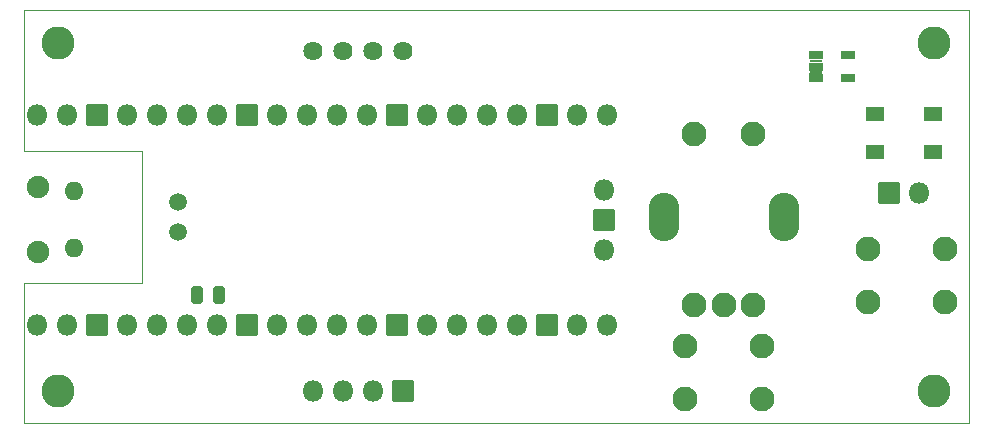
<source format=gts>
G04 #@! TF.GenerationSoftware,KiCad,Pcbnew,(6.0.1-0)*
G04 #@! TF.CreationDate,2022-03-02T13:09:52+07:00*
G04 #@! TF.ProjectId,V0_Display,56305f44-6973-4706-9c61-792e6b696361,rev?*
G04 #@! TF.SameCoordinates,Original*
G04 #@! TF.FileFunction,Soldermask,Top*
G04 #@! TF.FilePolarity,Negative*
%FSLAX46Y46*%
G04 Gerber Fmt 4.6, Leading zero omitted, Abs format (unit mm)*
G04 Created by KiCad (PCBNEW (6.0.1-0)) date 2022-03-02 13:09:52*
%MOMM*%
%LPD*%
G01*
G04 APERTURE LIST*
G04 Aperture macros list*
%AMRoundRect*
0 Rectangle with rounded corners*
0 $1 Rounding radius*
0 $2 $3 $4 $5 $6 $7 $8 $9 X,Y pos of 4 corners*
0 Add a 4 corners polygon primitive as box body*
4,1,4,$2,$3,$4,$5,$6,$7,$8,$9,$2,$3,0*
0 Add four circle primitives for the rounded corners*
1,1,$1+$1,$2,$3*
1,1,$1+$1,$4,$5*
1,1,$1+$1,$6,$7*
1,1,$1+$1,$8,$9*
0 Add four rect primitives between the rounded corners*
20,1,$1+$1,$2,$3,$4,$5,0*
20,1,$1+$1,$4,$5,$6,$7,0*
20,1,$1+$1,$6,$7,$8,$9,0*
20,1,$1+$1,$8,$9,$2,$3,0*%
G04 Aperture macros list end*
G04 #@! TA.AperFunction,Profile*
%ADD10C,0.050000*%
G04 #@! TD*
%ADD11C,2.802000*%
%ADD12C,2.102000*%
%ADD13O,2.602000X4.102000*%
%ADD14RoundRect,0.051000X-0.750000X-0.500000X0.750000X-0.500000X0.750000X0.500000X-0.750000X0.500000X0*%
%ADD15C,1.502000*%
%ADD16RoundRect,0.070000X-0.525000X0.300000X-0.525000X-0.300000X0.525000X-0.300000X0.525000X0.300000X0*%
%ADD17C,1.626000*%
%ADD18RoundRect,0.294750X-0.243750X-0.456250X0.243750X-0.456250X0.243750X0.456250X-0.243750X0.456250X0*%
%ADD19RoundRect,0.051000X0.850000X-0.850000X0.850000X0.850000X-0.850000X0.850000X-0.850000X-0.850000X0*%
%ADD20O,1.802000X1.802000*%
%ADD21RoundRect,0.051000X-0.850000X0.850000X-0.850000X-0.850000X0.850000X-0.850000X0.850000X0.850000X0*%
%ADD22O,1.902000X1.902000*%
%ADD23O,1.602000X1.602000*%
G04 APERTURE END LIST*
D10*
X85170000Y-61562000D02*
X85170000Y-49650000D01*
X165170000Y-84650000D02*
X85170000Y-84650000D01*
X85170000Y-84650000D02*
X85170000Y-72738000D01*
X85170000Y-61562000D02*
X95144000Y-61562000D01*
X85170000Y-72738000D02*
X95144000Y-72738000D01*
X95144000Y-61562000D02*
X95144000Y-72738000D01*
X85170000Y-49650000D02*
X165170000Y-49650000D01*
X165170000Y-49650000D02*
X165170000Y-84650000D01*
X85170000Y-61562000D02*
X85170000Y-49650000D01*
X165170000Y-84650000D02*
X85170000Y-84650000D01*
X85170000Y-84650000D02*
X85170000Y-72738000D01*
X85170000Y-61562000D02*
X95144000Y-61562000D01*
X85170000Y-72738000D02*
X95144000Y-72738000D01*
X95144000Y-61562000D02*
X95144000Y-72738000D01*
X85170000Y-49650000D02*
X165170000Y-49650000D01*
X165170000Y-49650000D02*
X165170000Y-84650000D01*
D11*
X162200000Y-81882000D03*
X162200000Y-52418000D03*
D12*
X156670000Y-69900000D03*
X163170000Y-69900000D03*
X163170000Y-74400000D03*
X156670000Y-74400000D03*
X141920000Y-74650000D03*
X146920000Y-74650000D03*
X144420000Y-74650000D03*
D13*
X149500000Y-67150000D03*
X139340000Y-67150000D03*
D12*
X141920000Y-60150000D03*
X146920000Y-60150000D03*
D11*
X88032000Y-81882000D03*
X88032000Y-52418000D03*
D14*
X157210000Y-58438000D03*
X157210000Y-61638000D03*
X162110000Y-61638000D03*
X162110000Y-58438000D03*
D15*
X98192000Y-65880000D03*
X98192000Y-68420000D03*
D16*
X152214000Y-53500000D03*
X152214000Y-54450000D03*
X152214000Y-55400000D03*
X154914000Y-55400000D03*
X154914000Y-53500000D03*
D17*
X109622000Y-53108000D03*
X112162000Y-53108000D03*
X114702000Y-53108000D03*
X117242000Y-53108000D03*
D18*
X99794500Y-73754000D03*
X101669500Y-73754000D03*
D19*
X117232000Y-81882000D03*
D20*
X114692000Y-81882000D03*
X112152000Y-81882000D03*
X109612000Y-81882000D03*
D12*
X147670000Y-78108000D03*
X141170000Y-78108000D03*
X147670000Y-82608000D03*
X141170000Y-82608000D03*
D21*
X158385000Y-65118000D03*
D20*
X160925000Y-65118000D03*
D22*
X86384000Y-64675000D03*
X86384000Y-70125000D03*
D23*
X89414000Y-64975000D03*
X89414000Y-69825000D03*
D20*
X86254000Y-58510000D03*
X88794000Y-58510000D03*
D21*
X91334000Y-58510000D03*
D20*
X93874000Y-58510000D03*
X96414000Y-58510000D03*
X98954000Y-58510000D03*
X101494000Y-58510000D03*
D21*
X104034000Y-58510000D03*
D20*
X106574000Y-58510000D03*
X109114000Y-58510000D03*
X111654000Y-58510000D03*
X114194000Y-58510000D03*
D21*
X116734000Y-58510000D03*
D20*
X119274000Y-58510000D03*
X121814000Y-58510000D03*
X124354000Y-58510000D03*
X126894000Y-58510000D03*
D21*
X129434000Y-58510000D03*
D20*
X131974000Y-58510000D03*
X134514000Y-58510000D03*
X134514000Y-76290000D03*
X131974000Y-76290000D03*
D21*
X129434000Y-76290000D03*
D20*
X126894000Y-76290000D03*
X124354000Y-76290000D03*
X121814000Y-76290000D03*
X119274000Y-76290000D03*
D21*
X116734000Y-76290000D03*
D20*
X114194000Y-76290000D03*
X111654000Y-76290000D03*
X109114000Y-76290000D03*
X106574000Y-76290000D03*
D21*
X104034000Y-76290000D03*
D20*
X101494000Y-76290000D03*
X98954000Y-76290000D03*
X96414000Y-76290000D03*
X93874000Y-76290000D03*
D21*
X91334000Y-76290000D03*
D20*
X88794000Y-76290000D03*
X86254000Y-76290000D03*
X134284000Y-64860000D03*
D21*
X134284000Y-67400000D03*
D20*
X134284000Y-69940000D03*
G36*
X152761135Y-54814578D02*
G01*
X152761525Y-54816540D01*
X152760742Y-54817560D01*
X152753245Y-54822569D01*
X152708638Y-54875946D01*
X152700007Y-54944661D01*
X152729972Y-55007291D01*
X152753107Y-55027339D01*
X152760742Y-55032440D01*
X152761627Y-55034234D01*
X152760516Y-55035897D01*
X152759241Y-55036065D01*
X152738801Y-55032000D01*
X151689199Y-55032000D01*
X151668759Y-55036065D01*
X151666865Y-55035422D01*
X151666475Y-55033460D01*
X151667258Y-55032440D01*
X151674755Y-55027431D01*
X151719362Y-54974054D01*
X151727993Y-54905339D01*
X151698028Y-54842709D01*
X151674893Y-54822661D01*
X151667258Y-54817560D01*
X151666373Y-54815766D01*
X151667484Y-54814103D01*
X151668759Y-54813935D01*
X151689199Y-54818000D01*
X152738801Y-54818000D01*
X152759241Y-54813935D01*
X152761135Y-54814578D01*
G37*
G36*
X152761135Y-53864578D02*
G01*
X152761525Y-53866540D01*
X152760742Y-53867560D01*
X152753245Y-53872569D01*
X152708638Y-53925946D01*
X152700007Y-53994661D01*
X152729972Y-54057291D01*
X152753107Y-54077339D01*
X152760742Y-54082440D01*
X152761627Y-54084234D01*
X152760516Y-54085897D01*
X152759241Y-54086065D01*
X152738801Y-54082000D01*
X151689199Y-54082000D01*
X151668759Y-54086065D01*
X151666865Y-54085422D01*
X151666475Y-54083460D01*
X151667258Y-54082440D01*
X151674755Y-54077431D01*
X151719362Y-54024054D01*
X151727993Y-53955339D01*
X151698028Y-53892709D01*
X151674893Y-53872661D01*
X151667258Y-53867560D01*
X151666373Y-53865766D01*
X151667484Y-53864103D01*
X151668759Y-53863935D01*
X151689199Y-53868000D01*
X152738801Y-53868000D01*
X152759241Y-53863935D01*
X152761135Y-53864578D01*
G37*
M02*

</source>
